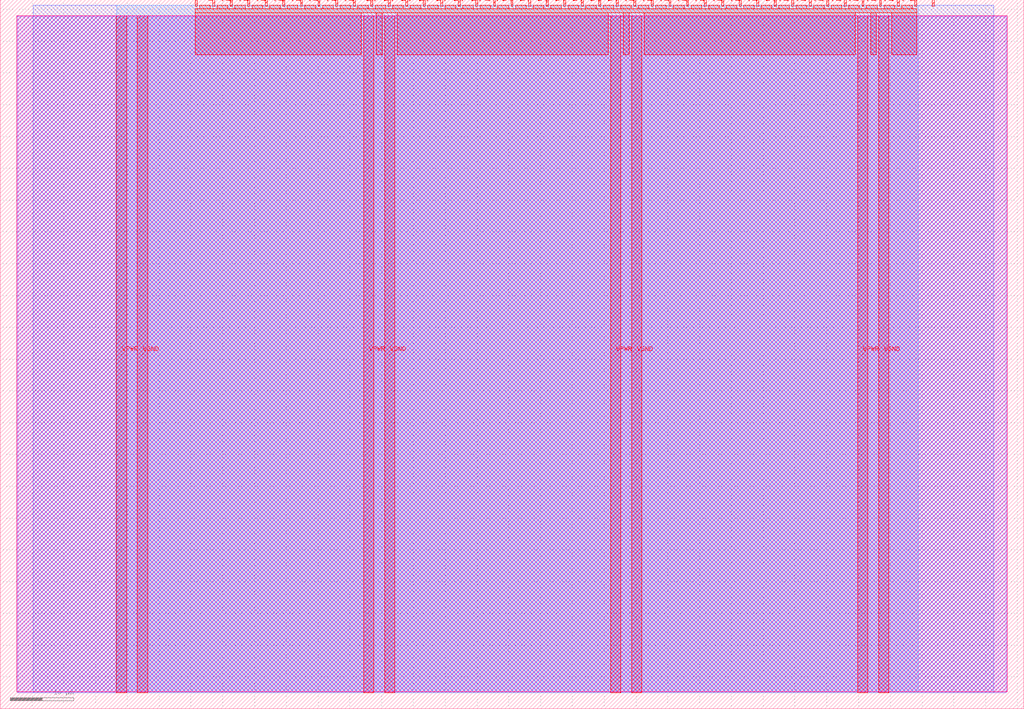
<source format=lef>
VERSION 5.7 ;
  NOWIREEXTENSIONATPIN ON ;
  DIVIDERCHAR "/" ;
  BUSBITCHARS "[]" ;
MACRO tt_um_bmellor_lightsout
  CLASS BLOCK ;
  FOREIGN tt_um_bmellor_lightsout ;
  ORIGIN 0.000 0.000 ;
  SIZE 161.000 BY 111.520 ;
  PIN VGND
    DIRECTION INOUT ;
    USE GROUND ;
    PORT
      LAYER met4 ;
        RECT 21.580 2.480 23.180 109.040 ;
    END
    PORT
      LAYER met4 ;
        RECT 60.450 2.480 62.050 109.040 ;
    END
    PORT
      LAYER met4 ;
        RECT 99.320 2.480 100.920 109.040 ;
    END
    PORT
      LAYER met4 ;
        RECT 138.190 2.480 139.790 109.040 ;
    END
  END VGND
  PIN VPWR
    DIRECTION INOUT ;
    USE POWER ;
    PORT
      LAYER met4 ;
        RECT 18.280 2.480 19.880 109.040 ;
    END
    PORT
      LAYER met4 ;
        RECT 57.150 2.480 58.750 109.040 ;
    END
    PORT
      LAYER met4 ;
        RECT 96.020 2.480 97.620 109.040 ;
    END
    PORT
      LAYER met4 ;
        RECT 134.890 2.480 136.490 109.040 ;
    END
  END VPWR
  PIN clk
    DIRECTION INPUT ;
    USE SIGNAL ;
    ANTENNAGATEAREA 0.852000 ;
    PORT
      LAYER met4 ;
        RECT 143.830 110.520 144.130 111.520 ;
    END
  END clk
  PIN ena
    DIRECTION INPUT ;
    USE SIGNAL ;
    PORT
      LAYER met4 ;
        RECT 146.590 110.520 146.890 111.520 ;
    END
  END ena
  PIN rst_n
    DIRECTION INPUT ;
    USE SIGNAL ;
    ANTENNAGATEAREA 0.196500 ;
    PORT
      LAYER met4 ;
        RECT 141.070 110.520 141.370 111.520 ;
    END
  END rst_n
  PIN ui_in[0]
    DIRECTION INPUT ;
    USE SIGNAL ;
    ANTENNAGATEAREA 0.126000 ;
    PORT
      LAYER met4 ;
        RECT 138.310 110.520 138.610 111.520 ;
    END
  END ui_in[0]
  PIN ui_in[1]
    DIRECTION INPUT ;
    USE SIGNAL ;
    ANTENNAGATEAREA 0.213000 ;
    PORT
      LAYER met4 ;
        RECT 135.550 110.520 135.850 111.520 ;
    END
  END ui_in[1]
  PIN ui_in[2]
    DIRECTION INPUT ;
    USE SIGNAL ;
    ANTENNAGATEAREA 0.213000 ;
    PORT
      LAYER met4 ;
        RECT 132.790 110.520 133.090 111.520 ;
    END
  END ui_in[2]
  PIN ui_in[3]
    DIRECTION INPUT ;
    USE SIGNAL ;
    PORT
      LAYER met4 ;
        RECT 130.030 110.520 130.330 111.520 ;
    END
  END ui_in[3]
  PIN ui_in[4]
    DIRECTION INPUT ;
    USE SIGNAL ;
    PORT
      LAYER met4 ;
        RECT 127.270 110.520 127.570 111.520 ;
    END
  END ui_in[4]
  PIN ui_in[5]
    DIRECTION INPUT ;
    USE SIGNAL ;
    PORT
      LAYER met4 ;
        RECT 124.510 110.520 124.810 111.520 ;
    END
  END ui_in[5]
  PIN ui_in[6]
    DIRECTION INPUT ;
    USE SIGNAL ;
    PORT
      LAYER met4 ;
        RECT 121.750 110.520 122.050 111.520 ;
    END
  END ui_in[6]
  PIN ui_in[7]
    DIRECTION INPUT ;
    USE SIGNAL ;
    PORT
      LAYER met4 ;
        RECT 118.990 110.520 119.290 111.520 ;
    END
  END ui_in[7]
  PIN uio_in[0]
    DIRECTION INPUT ;
    USE SIGNAL ;
    PORT
      LAYER met4 ;
        RECT 116.230 110.520 116.530 111.520 ;
    END
  END uio_in[0]
  PIN uio_in[1]
    DIRECTION INPUT ;
    USE SIGNAL ;
    PORT
      LAYER met4 ;
        RECT 113.470 110.520 113.770 111.520 ;
    END
  END uio_in[1]
  PIN uio_in[2]
    DIRECTION INPUT ;
    USE SIGNAL ;
    PORT
      LAYER met4 ;
        RECT 110.710 110.520 111.010 111.520 ;
    END
  END uio_in[2]
  PIN uio_in[3]
    DIRECTION INPUT ;
    USE SIGNAL ;
    PORT
      LAYER met4 ;
        RECT 107.950 110.520 108.250 111.520 ;
    END
  END uio_in[3]
  PIN uio_in[4]
    DIRECTION INPUT ;
    USE SIGNAL ;
    PORT
      LAYER met4 ;
        RECT 105.190 110.520 105.490 111.520 ;
    END
  END uio_in[4]
  PIN uio_in[5]
    DIRECTION INPUT ;
    USE SIGNAL ;
    PORT
      LAYER met4 ;
        RECT 102.430 110.520 102.730 111.520 ;
    END
  END uio_in[5]
  PIN uio_in[6]
    DIRECTION INPUT ;
    USE SIGNAL ;
    PORT
      LAYER met4 ;
        RECT 99.670 110.520 99.970 111.520 ;
    END
  END uio_in[6]
  PIN uio_in[7]
    DIRECTION INPUT ;
    USE SIGNAL ;
    PORT
      LAYER met4 ;
        RECT 96.910 110.520 97.210 111.520 ;
    END
  END uio_in[7]
  PIN uio_oe[0]
    DIRECTION OUTPUT ;
    USE SIGNAL ;
    PORT
      LAYER met4 ;
        RECT 49.990 110.520 50.290 111.520 ;
    END
  END uio_oe[0]
  PIN uio_oe[1]
    DIRECTION OUTPUT ;
    USE SIGNAL ;
    PORT
      LAYER met4 ;
        RECT 47.230 110.520 47.530 111.520 ;
    END
  END uio_oe[1]
  PIN uio_oe[2]
    DIRECTION OUTPUT ;
    USE SIGNAL ;
    PORT
      LAYER met4 ;
        RECT 44.470 110.520 44.770 111.520 ;
    END
  END uio_oe[2]
  PIN uio_oe[3]
    DIRECTION OUTPUT ;
    USE SIGNAL ;
    PORT
      LAYER met4 ;
        RECT 41.710 110.520 42.010 111.520 ;
    END
  END uio_oe[3]
  PIN uio_oe[4]
    DIRECTION OUTPUT ;
    USE SIGNAL ;
    PORT
      LAYER met4 ;
        RECT 38.950 110.520 39.250 111.520 ;
    END
  END uio_oe[4]
  PIN uio_oe[5]
    DIRECTION OUTPUT ;
    USE SIGNAL ;
    PORT
      LAYER met4 ;
        RECT 36.190 110.520 36.490 111.520 ;
    END
  END uio_oe[5]
  PIN uio_oe[6]
    DIRECTION OUTPUT ;
    USE SIGNAL ;
    PORT
      LAYER met4 ;
        RECT 33.430 110.520 33.730 111.520 ;
    END
  END uio_oe[6]
  PIN uio_oe[7]
    DIRECTION OUTPUT ;
    USE SIGNAL ;
    PORT
      LAYER met4 ;
        RECT 30.670 110.520 30.970 111.520 ;
    END
  END uio_oe[7]
  PIN uio_out[0]
    DIRECTION OUTPUT ;
    USE SIGNAL ;
    PORT
      LAYER met4 ;
        RECT 72.070 110.520 72.370 111.520 ;
    END
  END uio_out[0]
  PIN uio_out[1]
    DIRECTION OUTPUT ;
    USE SIGNAL ;
    PORT
      LAYER met4 ;
        RECT 69.310 110.520 69.610 111.520 ;
    END
  END uio_out[1]
  PIN uio_out[2]
    DIRECTION OUTPUT ;
    USE SIGNAL ;
    PORT
      LAYER met4 ;
        RECT 66.550 110.520 66.850 111.520 ;
    END
  END uio_out[2]
  PIN uio_out[3]
    DIRECTION OUTPUT ;
    USE SIGNAL ;
    PORT
      LAYER met4 ;
        RECT 63.790 110.520 64.090 111.520 ;
    END
  END uio_out[3]
  PIN uio_out[4]
    DIRECTION OUTPUT ;
    USE SIGNAL ;
    PORT
      LAYER met4 ;
        RECT 61.030 110.520 61.330 111.520 ;
    END
  END uio_out[4]
  PIN uio_out[5]
    DIRECTION OUTPUT ;
    USE SIGNAL ;
    PORT
      LAYER met4 ;
        RECT 58.270 110.520 58.570 111.520 ;
    END
  END uio_out[5]
  PIN uio_out[6]
    DIRECTION OUTPUT ;
    USE SIGNAL ;
    PORT
      LAYER met4 ;
        RECT 55.510 110.520 55.810 111.520 ;
    END
  END uio_out[6]
  PIN uio_out[7]
    DIRECTION OUTPUT ;
    USE SIGNAL ;
    PORT
      LAYER met4 ;
        RECT 52.750 110.520 53.050 111.520 ;
    END
  END uio_out[7]
  PIN uo_out[0]
    DIRECTION OUTPUT ;
    USE SIGNAL ;
    ANTENNADIFFAREA 0.445500 ;
    PORT
      LAYER met4 ;
        RECT 94.150 110.520 94.450 111.520 ;
    END
  END uo_out[0]
  PIN uo_out[1]
    DIRECTION OUTPUT ;
    USE SIGNAL ;
    ANTENNADIFFAREA 0.445500 ;
    PORT
      LAYER met4 ;
        RECT 91.390 110.520 91.690 111.520 ;
    END
  END uo_out[1]
  PIN uo_out[2]
    DIRECTION OUTPUT ;
    USE SIGNAL ;
    ANTENNADIFFAREA 0.445500 ;
    PORT
      LAYER met4 ;
        RECT 88.630 110.520 88.930 111.520 ;
    END
  END uo_out[2]
  PIN uo_out[3]
    DIRECTION OUTPUT ;
    USE SIGNAL ;
    ANTENNADIFFAREA 0.445500 ;
    PORT
      LAYER met4 ;
        RECT 85.870 110.520 86.170 111.520 ;
    END
  END uo_out[3]
  PIN uo_out[4]
    DIRECTION OUTPUT ;
    USE SIGNAL ;
    ANTENNADIFFAREA 0.795200 ;
    PORT
      LAYER met4 ;
        RECT 83.110 110.520 83.410 111.520 ;
    END
  END uo_out[4]
  PIN uo_out[5]
    DIRECTION OUTPUT ;
    USE SIGNAL ;
    ANTENNADIFFAREA 0.445500 ;
    PORT
      LAYER met4 ;
        RECT 80.350 110.520 80.650 111.520 ;
    END
  END uo_out[5]
  PIN uo_out[6]
    DIRECTION OUTPUT ;
    USE SIGNAL ;
    PORT
      LAYER met4 ;
        RECT 77.590 110.520 77.890 111.520 ;
    END
  END uo_out[6]
  PIN uo_out[7]
    DIRECTION OUTPUT ;
    USE SIGNAL ;
    PORT
      LAYER met4 ;
        RECT 74.830 110.520 75.130 111.520 ;
    END
  END uo_out[7]
  OBS
      LAYER nwell ;
        RECT 2.570 2.635 158.430 108.990 ;
      LAYER li1 ;
        RECT 2.760 2.635 158.240 108.885 ;
      LAYER met1 ;
        RECT 2.760 2.480 158.240 109.040 ;
      LAYER met2 ;
        RECT 5.160 2.535 156.300 110.685 ;
      LAYER met3 ;
        RECT 18.290 2.555 144.375 110.665 ;
      LAYER met4 ;
        RECT 31.370 110.120 33.030 110.665 ;
        RECT 34.130 110.120 35.790 110.665 ;
        RECT 36.890 110.120 38.550 110.665 ;
        RECT 39.650 110.120 41.310 110.665 ;
        RECT 42.410 110.120 44.070 110.665 ;
        RECT 45.170 110.120 46.830 110.665 ;
        RECT 47.930 110.120 49.590 110.665 ;
        RECT 50.690 110.120 52.350 110.665 ;
        RECT 53.450 110.120 55.110 110.665 ;
        RECT 56.210 110.120 57.870 110.665 ;
        RECT 58.970 110.120 60.630 110.665 ;
        RECT 61.730 110.120 63.390 110.665 ;
        RECT 64.490 110.120 66.150 110.665 ;
        RECT 67.250 110.120 68.910 110.665 ;
        RECT 70.010 110.120 71.670 110.665 ;
        RECT 72.770 110.120 74.430 110.665 ;
        RECT 75.530 110.120 77.190 110.665 ;
        RECT 78.290 110.120 79.950 110.665 ;
        RECT 81.050 110.120 82.710 110.665 ;
        RECT 83.810 110.120 85.470 110.665 ;
        RECT 86.570 110.120 88.230 110.665 ;
        RECT 89.330 110.120 90.990 110.665 ;
        RECT 92.090 110.120 93.750 110.665 ;
        RECT 94.850 110.120 96.510 110.665 ;
        RECT 97.610 110.120 99.270 110.665 ;
        RECT 100.370 110.120 102.030 110.665 ;
        RECT 103.130 110.120 104.790 110.665 ;
        RECT 105.890 110.120 107.550 110.665 ;
        RECT 108.650 110.120 110.310 110.665 ;
        RECT 111.410 110.120 113.070 110.665 ;
        RECT 114.170 110.120 115.830 110.665 ;
        RECT 116.930 110.120 118.590 110.665 ;
        RECT 119.690 110.120 121.350 110.665 ;
        RECT 122.450 110.120 124.110 110.665 ;
        RECT 125.210 110.120 126.870 110.665 ;
        RECT 127.970 110.120 129.630 110.665 ;
        RECT 130.730 110.120 132.390 110.665 ;
        RECT 133.490 110.120 135.150 110.665 ;
        RECT 136.250 110.120 137.910 110.665 ;
        RECT 139.010 110.120 140.670 110.665 ;
        RECT 141.770 110.120 143.430 110.665 ;
        RECT 30.655 109.440 144.145 110.120 ;
        RECT 30.655 102.855 56.750 109.440 ;
        RECT 59.150 102.855 60.050 109.440 ;
        RECT 62.450 102.855 95.620 109.440 ;
        RECT 98.020 102.855 98.920 109.440 ;
        RECT 101.320 102.855 134.490 109.440 ;
        RECT 136.890 102.855 137.790 109.440 ;
        RECT 140.190 102.855 144.145 109.440 ;
  END
END tt_um_bmellor_lightsout
END LIBRARY


</source>
